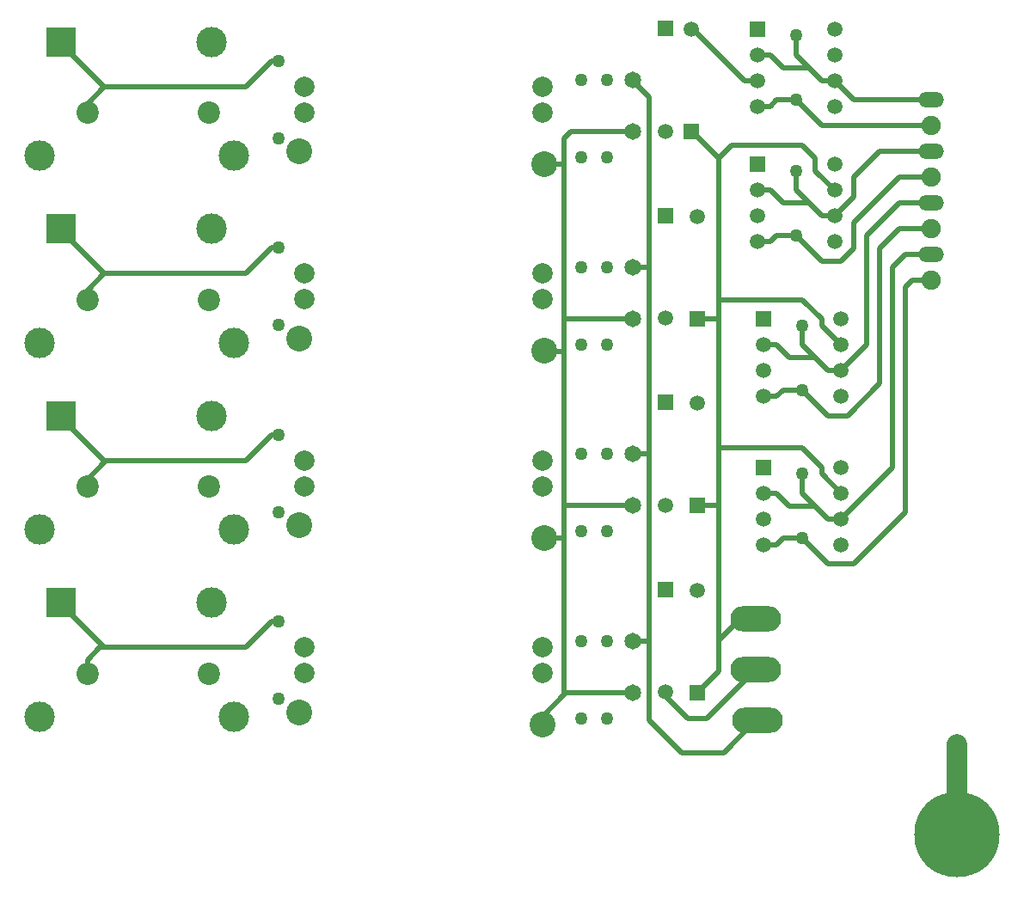
<source format=gbr>
G04 DipTrace 4.3.0.1*
G04 1 - Top.gbr*
%MOMM*%
G04 #@! TF.FileFunction,Copper,L1,Top*
G04 #@! TF.Part,Single*
G04 #@! TA.AperFunction,Conductor*
%ADD15C,0.5*%
%ADD16C,2.0*%
G04 #@! TA.AperFunction,ComponentPad*
%ADD18O,2.54X1.5*%
%ADD19C,1.65*%
%ADD20R,1.5X1.5*%
%ADD21C,1.5*%
%ADD23C,8.4*%
%ADD24C,2.0*%
%ADD25C,1.27*%
%ADD26C,1.27*%
%ADD27R,3.0X3.0*%
%ADD28C,3.0*%
%ADD29C,0.75*%
%ADD30C,2.2*%
%ADD31O,5.0X2.5*%
%ADD32C,1.905*%
%ADD33C,2.54*%
%FSLAX35Y35*%
G04*
G71*
G90*
G75*
G01*
G04 Top*
%LPD*%
X1823500Y2481000D2*
D15*
X1837000D1*
X2095500Y2222500D1*
Y825500D1*
Y639500D1*
Y-635000D1*
Y-1202000D1*
Y-2529797D1*
Y-2835000D1*
X1887000Y-3043500D1*
Y639500D2*
X2095500D1*
X1887000Y-1202000D2*
X2095500D1*
X3302000Y381000D2*
X3111500Y571500D1*
Y635000D1*
X2921000Y825500D1*
X2095500D1*
X3238500Y1905000D2*
X3048000Y2095500D1*
Y2222500D1*
X2921000Y2349500D1*
X2222500D1*
X2095500Y2222500D1*
X3302000Y-1079500D2*
X3111500Y-889000D1*
Y-825500D1*
X2921000Y-635000D1*
X2095500D1*
X2460627Y-2317750D2*
X2307547D1*
X2095500Y-2529797D1*
X4445000Y-4445000D2*
D16*
Y-3937000D1*
Y-3556000D2*
Y-3937000D1*
X2857500Y1460500D2*
D15*
X2667000D1*
X2603500Y1397000D1*
X2476500D1*
X1252000Y2481000D2*
X639500D1*
X571500Y2413000D1*
Y2163500D1*
Y639500D1*
Y317500D1*
Y-1202000D1*
Y-1524000D1*
Y-3048000D1*
X1247500D1*
X1252000Y-3043500D1*
Y639500D2*
X571500D1*
X1252000Y-1202000D2*
X571500D1*
X1569500Y-3037500D2*
Y-3078437D1*
X1793063Y-3302000D1*
X1976377D1*
X2460627Y-2817750D1*
X2857500Y2794000D2*
X2667000D1*
X2603500Y2730500D1*
X2476500D1*
X2857500Y2794000D2*
X3111500Y2540000D1*
X4191000D1*
Y2032000D2*
X3873500D1*
X3429000Y1587500D1*
Y1333500D1*
X3302000Y1206500D1*
X3111500D1*
X2857500Y1460500D1*
X2921000Y-63500D2*
X2730500D1*
X2667000Y-127000D1*
X2540000D1*
X2921000Y-63500D2*
X3175000Y-317500D1*
X3365500D1*
X3683000Y0D1*
Y1333500D1*
X3873500Y1524000D1*
X4191000D1*
X2921000Y-1524000D2*
X2730500D1*
X2667000Y-1587500D1*
X2540000D1*
X2921000Y-1524000D2*
X3175000Y-1778000D1*
X3429000D1*
X3937000Y-1270000D1*
Y952500D1*
X4000500Y1016000D1*
X4191000D1*
X363000Y-3361000D2*
Y-3278033D1*
X593033Y-3048000D1*
X571500D1*
X381000Y-1523500D2*
X571500Y-1524000D1*
X381000Y322000D2*
X571500Y317500D1*
X381000Y2163500D2*
X571500D1*
X2476500Y-3317877D2*
X2460627D1*
X2143127Y-3635373D1*
X1730377D1*
X1412873Y-3317873D1*
Y-2555877D1*
X1392500Y-2535500D1*
X1252000D1*
Y2989000D2*
Y2986627D1*
X1412877Y2825750D1*
Y1147500D1*
Y-694000D1*
Y-2540840D1*
X1392500Y-2535500D1*
X1252000Y-694000D2*
X1412877D1*
X1252000Y1147500D2*
X1412877D1*
X3238500Y1651000D2*
X3111500D1*
X2984500Y1778000D1*
X2730500D1*
X2603500Y1905000D1*
X2476500D1*
X2857500Y2095500D2*
Y1905000D1*
X3111500Y1651000D1*
X3238500D2*
X3429000Y1841500D1*
Y2032000D1*
X3683000Y2286000D1*
X4191000D1*
X-4381500Y3365500D2*
Y3352000D1*
X-3955000Y2925500D1*
X-2558000D1*
X-2304000Y3179500D1*
X-2240500D1*
X-4121000Y2667000D2*
Y2759500D1*
X-3955000Y2925500D1*
X1823500Y3491000D2*
X1843000D1*
X2349500Y2984500D1*
X2476500D1*
X-4381500Y1524000D2*
Y1510500D1*
X-3955000Y1084000D1*
X-2558000D1*
X-2304000Y1338000D1*
X-2240500D1*
X-4121000Y825500D2*
Y918000D1*
X-3955000Y1084000D1*
X3302000Y127000D2*
X3175000D1*
X3048000Y254000D1*
X2794000D1*
X2667000Y381000D1*
X2540000D1*
X2921000Y571500D2*
Y381000D1*
X3175000Y127000D1*
X3302000D2*
X3556000Y381000D1*
Y1460500D1*
X3873500Y1778000D1*
X4191000D1*
X-4381500Y-317500D2*
Y-331000D1*
X-3955000Y-757500D1*
X-2558000D1*
X-2304000Y-503500D1*
X-2240500D1*
X-4121000Y-1016000D2*
Y-941487D1*
X-3946007Y-766493D1*
X-3955000Y-757500D1*
X3302000Y-1333500D2*
X3175000D1*
X3048000Y-1206500D1*
X2794000D1*
X2667000Y-1079500D1*
X2540000D1*
X2921000Y-889000D2*
Y-1079500D1*
X3175000Y-1333500D1*
X3302000D2*
X3810000Y-825500D1*
Y1143000D1*
X3937000Y1270000D1*
X4191000D1*
X-4381500Y-2159000D2*
Y-2172500D1*
X-3955000Y-2599000D1*
X-2558000D1*
X-2304000Y-2345000D1*
X-2240500D1*
X-4121000Y-2857500D2*
Y-2724000D1*
X-3996000Y-2599000D1*
X-3955000D1*
X3238500Y2984500D2*
X3111500D1*
X2984500Y3111500D1*
X2730500D1*
X2603500Y3238500D1*
X2476500D1*
X2857500Y3429000D2*
Y3238500D1*
X3111500Y2984500D1*
X3238500D2*
X3429000Y2794000D1*
X4191000D1*
D18*
D3*
Y2286000D3*
Y1778000D3*
D19*
X1252000Y2481000D3*
Y2989000D3*
D20*
X1823500Y2481000D3*
D21*
Y3491000D3*
D20*
X1569500Y3497000D3*
D21*
Y2487000D3*
D23*
X4445000Y-4445000D3*
D24*
X-1986500Y2925500D3*
Y2671500D3*
X363000Y2925500D3*
Y2671500D3*
D25*
X-2240500Y3179500D3*
D26*
Y2417500D3*
D25*
X744000Y2227000D3*
D26*
Y2989000D3*
D25*
X998000D3*
D26*
Y2227000D3*
D27*
X-4381500Y3365500D3*
D28*
X-2901500D3*
X-4591500Y2245500D3*
X-2681500D3*
D29*
X4445000Y-3937000D3*
D19*
X1252000Y639500D3*
Y1147500D3*
D20*
X1887000Y639500D3*
D21*
Y1649500D3*
D20*
X1569500Y1655500D3*
D21*
Y645500D3*
D24*
X-1986500Y1084000D3*
Y830000D3*
X363000Y1084000D3*
Y830000D3*
D25*
X-2240500Y1338000D3*
D26*
Y576000D3*
D25*
X744000Y385500D3*
D26*
Y1147500D3*
D25*
X998000D3*
D26*
Y385500D3*
D27*
X-4381500Y1524000D3*
D28*
X-2901500D3*
X-4591500Y404000D3*
X-2681500D3*
D19*
X1252000Y-1202000D3*
Y-694000D3*
D20*
X1887000Y-1202000D3*
D21*
Y-192000D3*
D20*
X1569500Y-186000D3*
D21*
Y-1196000D3*
D24*
X-1986500Y-757500D3*
Y-1011500D3*
X363000Y-757500D3*
Y-1011500D3*
D25*
X-2240500Y-503500D3*
D26*
Y-1265500D3*
D25*
X744000Y-1456000D3*
D26*
Y-694000D3*
D25*
X998000D3*
D26*
Y-1456000D3*
D27*
X-4381500Y-317500D3*
D28*
X-2901500D3*
X-4591500Y-1437500D3*
X-2681500D3*
D19*
X1252000Y-3043500D3*
Y-2535500D3*
D20*
X1887000Y-3043500D3*
D21*
Y-2033500D3*
D20*
X1569500Y-2027500D3*
D21*
Y-3037500D3*
D24*
X-1986500Y-2599000D3*
Y-2853000D3*
X363000Y-2599000D3*
Y-2853000D3*
D25*
X-2240500Y-2345000D3*
D26*
Y-3107000D3*
D25*
X744000Y-3297500D3*
D26*
Y-2535500D3*
D25*
X998000D3*
D26*
Y-3297500D3*
D27*
X-4381500Y-2159000D3*
D28*
X-2901500D3*
X-4591500Y-3279000D3*
X-2681500D3*
D18*
X4191000Y1270000D3*
D30*
X-2921000Y2667000D3*
X-4121000D3*
X-2921000Y825500D3*
X-4121000D3*
D31*
X2460627Y-2317750D3*
Y-2817750D3*
D30*
X-2921000Y-1016000D3*
X-4121000D3*
X-2921000Y-2857500D3*
X-4121000D3*
D32*
X4445000Y-3556000D3*
X4191000Y2540000D3*
Y2032000D3*
Y1524000D3*
Y1016000D3*
D20*
X2476500Y3492500D3*
D21*
Y3238500D3*
Y2984500D3*
Y2730500D3*
X3238500D3*
Y2984500D3*
Y3238500D3*
Y3492500D3*
D25*
X2857500Y3429000D3*
D26*
Y2794000D3*
D20*
X2476500Y2159000D3*
D21*
Y1905000D3*
Y1651000D3*
Y1397000D3*
X3238500D3*
Y1651000D3*
Y1905000D3*
Y2159000D3*
D25*
X2857500Y2095500D3*
D26*
Y1460500D3*
D20*
X2540000Y635000D3*
D21*
Y381000D3*
Y127000D3*
Y-127000D3*
X3302000D3*
Y127000D3*
Y381000D3*
Y635000D3*
D25*
X2921000Y571500D3*
D26*
Y-63500D3*
D20*
X2540000Y-825500D3*
D21*
Y-1079500D3*
Y-1333500D3*
Y-1587500D3*
X3302000D3*
Y-1333500D3*
Y-1079500D3*
Y-825500D3*
D25*
X2921000Y-889000D3*
D26*
Y-1524000D3*
D33*
X-2032000Y2286000D3*
X381000Y2163500D3*
X-2032000Y444500D3*
X381000Y322000D3*
X-2032000Y-1397000D3*
X381000Y-1523500D3*
X-2032000Y-3238500D3*
X363000Y-3361000D3*
D31*
X2476500Y-3317877D3*
M02*

</source>
